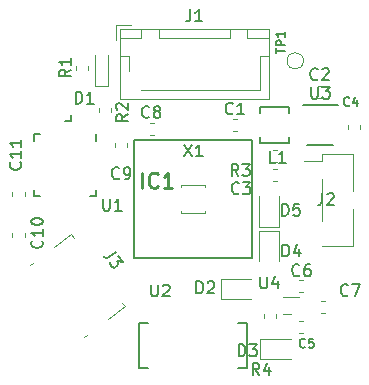
<source format=gbr>
G04 #@! TF.GenerationSoftware,KiCad,Pcbnew,(5.0.2)-1*
G04 #@! TF.CreationDate,2019-02-24T19:10:18-05:00*
G04 #@! TF.ProjectId,light_monitor,6c696768-745f-46d6-9f6e-69746f722e6b,R001*
G04 #@! TF.SameCoordinates,Original*
G04 #@! TF.FileFunction,Legend,Top*
G04 #@! TF.FilePolarity,Positive*
%FSLAX46Y46*%
G04 Gerber Fmt 4.6, Leading zero omitted, Abs format (unit mm)*
G04 Created by KiCad (PCBNEW (5.0.2)-1) date 2/24/2019 7:10:18 PM*
%MOMM*%
%LPD*%
G01*
G04 APERTURE LIST*
%ADD10C,0.120000*%
%ADD11C,0.150000*%
%ADD12C,0.100000*%
%ADD13C,0.254000*%
G04 APERTURE END LIST*
D10*
G04 #@! TO.C,U4*
X122340600Y-113550000D02*
X120990600Y-113550000D01*
X121640600Y-115000000D02*
X120990600Y-115000000D01*
G04 #@! TO.C,J1*
X107168000Y-90829120D02*
X107168000Y-96799120D01*
X107168000Y-96799120D02*
X119788000Y-96799120D01*
X119788000Y-96799120D02*
X119788000Y-90829120D01*
X119788000Y-90829120D02*
X107168000Y-90829120D01*
X110478000Y-90839120D02*
X110478000Y-91589120D01*
X110478000Y-91589120D02*
X116478000Y-91589120D01*
X116478000Y-91589120D02*
X116478000Y-90839120D01*
X116478000Y-90839120D02*
X110478000Y-90839120D01*
X107178000Y-90839120D02*
X107178000Y-91589120D01*
X107178000Y-91589120D02*
X108978000Y-91589120D01*
X108978000Y-91589120D02*
X108978000Y-90839120D01*
X108978000Y-90839120D02*
X107178000Y-90839120D01*
X117978000Y-90839120D02*
X117978000Y-91589120D01*
X117978000Y-91589120D02*
X119778000Y-91589120D01*
X119778000Y-91589120D02*
X119778000Y-90839120D01*
X119778000Y-90839120D02*
X117978000Y-90839120D01*
X107178000Y-93089120D02*
X107928000Y-93089120D01*
X107928000Y-93089120D02*
X107928000Y-94429120D01*
X113478000Y-96039120D02*
X108988000Y-96039120D01*
X119778000Y-93089120D02*
X119028000Y-93089120D01*
X119028000Y-93089120D02*
X119028000Y-96039120D01*
X119028000Y-96039120D02*
X113478000Y-96039120D01*
X108128000Y-90539120D02*
X106878000Y-90539120D01*
X106878000Y-90539120D02*
X106878000Y-91789120D01*
G04 #@! TO.C,D1*
X105073360Y-95635400D02*
X105073360Y-93035400D01*
X106173360Y-95635400D02*
X106173360Y-93035400D01*
X105073360Y-95635400D02*
X106173360Y-95635400D01*
D11*
G04 #@! TO.C,U1*
X105139400Y-105012400D02*
X105139400Y-104487400D01*
X99889400Y-105012400D02*
X99889400Y-104487400D01*
X99889400Y-99762400D02*
X99889400Y-100287400D01*
X105139400Y-99762400D02*
X105139400Y-100287400D01*
X99889400Y-105012400D02*
X100414400Y-105012400D01*
X99889400Y-99762400D02*
X100414400Y-99762400D01*
X105139400Y-105012400D02*
X104614400Y-105012400D01*
G04 #@! TO.C,L1*
X121519900Y-100471100D02*
X121519900Y-99971100D01*
X121519900Y-99971100D02*
X121519900Y-100471100D01*
X121519900Y-100471100D02*
X119019900Y-100471100D01*
X119019900Y-100471100D02*
X119019900Y-99971100D01*
X121519900Y-97971100D02*
X121519900Y-97471100D01*
X121519900Y-97471100D02*
X119019900Y-97471100D01*
X119019900Y-97471100D02*
X119019900Y-97971100D01*
G04 #@! TO.C,U5*
X102533680Y-98614640D02*
X103033680Y-98614640D01*
X103033680Y-98614640D02*
X103033680Y-98114640D01*
D12*
G04 #@! TO.C,IC1*
X112360200Y-104232200D02*
X112360200Y-104032200D01*
X112360200Y-104032200D02*
X114360200Y-104032200D01*
X114360200Y-104032200D02*
X114360200Y-104232200D01*
X112360200Y-106232200D02*
X112360200Y-106432200D01*
X112360200Y-106432200D02*
X114360200Y-106432200D01*
X114360200Y-106432200D02*
X114360200Y-106232200D01*
D11*
G04 #@! TO.C,U2*
X109524800Y-115732560D02*
X108762800Y-115732560D01*
X108762800Y-115732560D02*
X108762800Y-119542560D01*
X108762800Y-119542560D02*
X109524800Y-119542560D01*
X117144800Y-115732560D02*
X117906800Y-115732560D01*
X117906800Y-115732560D02*
X117906800Y-119542560D01*
X117906800Y-119542560D02*
X117144800Y-119542560D01*
G04 #@! TO.C,U3*
X125617500Y-97245700D02*
X122667500Y-97245700D01*
X125242500Y-100645700D02*
X123042500Y-100645700D01*
D10*
G04 #@! TO.C,C1*
X117133187Y-99483640D02*
X116790653Y-99483640D01*
X117133187Y-98463640D02*
X116790653Y-98463640D01*
G04 #@! TO.C,C2*
X123920433Y-96661700D02*
X124262967Y-96661700D01*
X123920433Y-95641700D02*
X124262967Y-95641700D01*
G04 #@! TO.C,C3*
X120501227Y-102685120D02*
X120158693Y-102685120D01*
X120501227Y-103705120D02*
X120158693Y-103705120D01*
G04 #@! TO.C,C4*
X126479840Y-99332867D02*
X126479840Y-98990333D01*
X127499840Y-99332867D02*
X127499840Y-98990333D01*
G04 #@! TO.C,C5*
X122311373Y-116588000D02*
X122653907Y-116588000D01*
X122311373Y-115568000D02*
X122653907Y-115568000D01*
G04 #@! TO.C,C6*
X122307533Y-112113600D02*
X122650067Y-112113600D01*
X122307533Y-113133600D02*
X122650067Y-113133600D01*
G04 #@! TO.C,C7*
X124212533Y-113891600D02*
X124555067Y-113891600D01*
X124212533Y-114911600D02*
X124555067Y-114911600D01*
G04 #@! TO.C,D2*
X115770240Y-112037760D02*
X118320240Y-112037760D01*
X115770240Y-113737760D02*
X118320240Y-113737760D01*
X115770240Y-112037760D02*
X115770240Y-113737760D01*
G04 #@! TO.C,D3*
X119078880Y-117112680D02*
X119078880Y-118812680D01*
X119078880Y-118812680D02*
X121628880Y-118812680D01*
X119078880Y-117112680D02*
X121628880Y-117112680D01*
G04 #@! TO.C,D4*
X120656720Y-107943520D02*
X118956720Y-107943520D01*
X118956720Y-107943520D02*
X118956720Y-110493520D01*
X120656720Y-107943520D02*
X120656720Y-110493520D01*
G04 #@! TO.C,D5*
X118951640Y-107570400D02*
X118951640Y-105020400D01*
X120651640Y-107570400D02*
X120651640Y-105020400D01*
X118951640Y-107570400D02*
X120651640Y-107570400D01*
G04 #@! TO.C,R1*
X103503000Y-94278267D02*
X103503000Y-93935733D01*
X104523000Y-94278267D02*
X104523000Y-93935733D01*
G04 #@! TO.C,R2*
X106407680Y-97512053D02*
X106407680Y-97854587D01*
X105387680Y-97512053D02*
X105387680Y-97854587D01*
G04 #@! TO.C,R3*
X120137133Y-102074440D02*
X120479667Y-102074440D01*
X120137133Y-101054440D02*
X120479667Y-101054440D01*
G04 #@! TO.C,R4*
X119388160Y-114992333D02*
X119388160Y-115334867D01*
X120408160Y-114992333D02*
X120408160Y-115334867D01*
G04 #@! TO.C,J3*
X107620782Y-114327418D02*
X107392092Y-114023936D01*
X104386308Y-116764768D02*
X104178663Y-116921240D01*
X107620782Y-114327418D02*
X106207197Y-115392630D01*
X103034951Y-108241815D02*
X103263641Y-108545297D01*
X101621367Y-109307028D02*
X103034951Y-108241815D01*
X99592832Y-110835638D02*
X99800478Y-110679166D01*
G04 #@! TO.C,J2*
X124273000Y-101438400D02*
X126933000Y-101438400D01*
X124273000Y-109178400D02*
X126933000Y-109178400D01*
X126933000Y-101438400D02*
X126933000Y-104548400D01*
X124273000Y-102008400D02*
X122753000Y-102008400D01*
X124273000Y-101438400D02*
X124273000Y-102008400D01*
X126933000Y-108608400D02*
X126933000Y-109178400D01*
X126933000Y-106068400D02*
X126933000Y-109178400D01*
X124273000Y-103528400D02*
X124273000Y-107088400D01*
G04 #@! TO.C,TP1*
X122726680Y-93538040D02*
G75*
G03X122726680Y-93538040I-700000J0D01*
G01*
D11*
G04 #@! TO.C,X1*
X108360200Y-100232200D02*
X108360200Y-110232200D01*
X108360200Y-110232200D02*
X118360200Y-110232200D01*
X118360200Y-110232200D02*
X118360200Y-100232200D01*
X118360200Y-100232200D02*
X108360200Y-100232200D01*
D10*
G04 #@! TO.C,C8*
X109714213Y-98768440D02*
X110056747Y-98768440D01*
X109714213Y-99788440D02*
X110056747Y-99788440D01*
G04 #@! TO.C,C9*
X106799920Y-100504173D02*
X106799920Y-100846707D01*
X107819920Y-100504173D02*
X107819920Y-100846707D01*
G04 #@! TO.C,C10*
X99107720Y-108079693D02*
X99107720Y-108422227D01*
X98087720Y-108079693D02*
X98087720Y-108422227D01*
G04 #@! TO.C,C11*
X99107720Y-104981827D02*
X99107720Y-104639293D01*
X98087720Y-104981827D02*
X98087720Y-104639293D01*
G04 #@! TO.C,U4*
D11*
X119075295Y-111806740D02*
X119075295Y-112616264D01*
X119122914Y-112711502D01*
X119170533Y-112759121D01*
X119265771Y-112806740D01*
X119456247Y-112806740D01*
X119551485Y-112759121D01*
X119599104Y-112711502D01*
X119646723Y-112616264D01*
X119646723Y-111806740D01*
X120551485Y-112140074D02*
X120551485Y-112806740D01*
X120313390Y-111759121D02*
X120075295Y-112473407D01*
X120694342Y-112473407D01*
G04 #@! TO.C,J1*
X113144666Y-89191500D02*
X113144666Y-89905786D01*
X113097047Y-90048643D01*
X113001809Y-90143881D01*
X112858952Y-90191500D01*
X112763714Y-90191500D01*
X114144666Y-90191500D02*
X113573238Y-90191500D01*
X113858952Y-90191500D02*
X113858952Y-89191500D01*
X113763714Y-89334358D01*
X113668476Y-89429596D01*
X113573238Y-89477215D01*
G04 #@! TO.C,D1*
X103437464Y-97160340D02*
X103437464Y-96160340D01*
X103675560Y-96160340D01*
X103818417Y-96207960D01*
X103913655Y-96303198D01*
X103961274Y-96398436D01*
X104008893Y-96588912D01*
X104008893Y-96731769D01*
X103961274Y-96922245D01*
X103913655Y-97017483D01*
X103818417Y-97112721D01*
X103675560Y-97160340D01*
X103437464Y-97160340D01*
X104961274Y-97160340D02*
X104389845Y-97160340D01*
X104675560Y-97160340D02*
X104675560Y-96160340D01*
X104580321Y-96303198D01*
X104485083Y-96398436D01*
X104389845Y-96446055D01*
G04 #@! TO.C,U1*
X105765695Y-105212900D02*
X105765695Y-106022424D01*
X105813314Y-106117662D01*
X105860933Y-106165281D01*
X105956171Y-106212900D01*
X106146647Y-106212900D01*
X106241885Y-106165281D01*
X106289504Y-106117662D01*
X106337123Y-106022424D01*
X106337123Y-105212900D01*
X107337123Y-106212900D02*
X106765695Y-106212900D01*
X107051409Y-106212900D02*
X107051409Y-105212900D01*
X106956171Y-105355758D01*
X106860933Y-105450996D01*
X106765695Y-105498615D01*
G04 #@! TO.C,L1*
X120353233Y-102173480D02*
X119877042Y-102173480D01*
X119877042Y-101173480D01*
X121210376Y-102173480D02*
X120638947Y-102173480D01*
X120924661Y-102173480D02*
X120924661Y-101173480D01*
X120829423Y-101316338D01*
X120734185Y-101411576D01*
X120638947Y-101459195D01*
G04 #@! TO.C,IC1*
D13*
X109062278Y-104277643D02*
X109062278Y-103007643D01*
X110392754Y-104156691D02*
X110332278Y-104217167D01*
X110150849Y-104277643D01*
X110029897Y-104277643D01*
X109848468Y-104217167D01*
X109727516Y-104096215D01*
X109667040Y-103975262D01*
X109606563Y-103733358D01*
X109606563Y-103551929D01*
X109667040Y-103310024D01*
X109727516Y-103189072D01*
X109848468Y-103068120D01*
X110029897Y-103007643D01*
X110150849Y-103007643D01*
X110332278Y-103068120D01*
X110392754Y-103128596D01*
X111602278Y-104277643D02*
X110876563Y-104277643D01*
X111239420Y-104277643D02*
X111239420Y-103007643D01*
X111118468Y-103189072D01*
X110997516Y-103310024D01*
X110876563Y-103370500D01*
G04 #@! TO.C,U2*
D11*
X109814455Y-112482380D02*
X109814455Y-113291904D01*
X109862074Y-113387142D01*
X109909693Y-113434761D01*
X110004931Y-113482380D01*
X110195407Y-113482380D01*
X110290645Y-113434761D01*
X110338264Y-113387142D01*
X110385883Y-113291904D01*
X110385883Y-112482380D01*
X110814455Y-112577619D02*
X110862074Y-112530000D01*
X110957312Y-112482380D01*
X111195407Y-112482380D01*
X111290645Y-112530000D01*
X111338264Y-112577619D01*
X111385883Y-112672857D01*
X111385883Y-112768095D01*
X111338264Y-112910952D01*
X110766836Y-113482380D01*
X111385883Y-113482380D01*
G04 #@! TO.C,U3*
X123380595Y-95728080D02*
X123380595Y-96537604D01*
X123428214Y-96632842D01*
X123475833Y-96680461D01*
X123571071Y-96728080D01*
X123761547Y-96728080D01*
X123856785Y-96680461D01*
X123904404Y-96632842D01*
X123952023Y-96537604D01*
X123952023Y-95728080D01*
X124332976Y-95728080D02*
X124952023Y-95728080D01*
X124618690Y-96109033D01*
X124761547Y-96109033D01*
X124856785Y-96156652D01*
X124904404Y-96204271D01*
X124952023Y-96299509D01*
X124952023Y-96537604D01*
X124904404Y-96632842D01*
X124856785Y-96680461D01*
X124761547Y-96728080D01*
X124475833Y-96728080D01*
X124380595Y-96680461D01*
X124332976Y-96632842D01*
G04 #@! TO.C,C1*
X116754613Y-97984582D02*
X116706994Y-98032201D01*
X116564137Y-98079820D01*
X116468899Y-98079820D01*
X116326041Y-98032201D01*
X116230803Y-97936963D01*
X116183184Y-97841725D01*
X116135565Y-97651249D01*
X116135565Y-97508392D01*
X116183184Y-97317916D01*
X116230803Y-97222678D01*
X116326041Y-97127440D01*
X116468899Y-97079820D01*
X116564137Y-97079820D01*
X116706994Y-97127440D01*
X116754613Y-97175059D01*
X117706994Y-98079820D02*
X117135565Y-98079820D01*
X117421280Y-98079820D02*
X117421280Y-97079820D01*
X117326041Y-97222678D01*
X117230803Y-97317916D01*
X117135565Y-97365535D01*
G04 #@! TO.C,C2*
X123925033Y-95078842D02*
X123877414Y-95126461D01*
X123734557Y-95174080D01*
X123639319Y-95174080D01*
X123496461Y-95126461D01*
X123401223Y-95031223D01*
X123353604Y-94935985D01*
X123305985Y-94745509D01*
X123305985Y-94602652D01*
X123353604Y-94412176D01*
X123401223Y-94316938D01*
X123496461Y-94221700D01*
X123639319Y-94174080D01*
X123734557Y-94174080D01*
X123877414Y-94221700D01*
X123925033Y-94269319D01*
X124305985Y-94269319D02*
X124353604Y-94221700D01*
X124448842Y-94174080D01*
X124686938Y-94174080D01*
X124782176Y-94221700D01*
X124829795Y-94269319D01*
X124877414Y-94364557D01*
X124877414Y-94459795D01*
X124829795Y-94602652D01*
X124258366Y-95174080D01*
X124877414Y-95174080D01*
G04 #@! TO.C,C3*
X117257533Y-104725742D02*
X117209914Y-104773361D01*
X117067057Y-104820980D01*
X116971819Y-104820980D01*
X116828961Y-104773361D01*
X116733723Y-104678123D01*
X116686104Y-104582885D01*
X116638485Y-104392409D01*
X116638485Y-104249552D01*
X116686104Y-104059076D01*
X116733723Y-103963838D01*
X116828961Y-103868600D01*
X116971819Y-103820980D01*
X117067057Y-103820980D01*
X117209914Y-103868600D01*
X117257533Y-103916219D01*
X117590866Y-103820980D02*
X118209914Y-103820980D01*
X117876580Y-104201933D01*
X118019438Y-104201933D01*
X118114676Y-104249552D01*
X118162295Y-104297171D01*
X118209914Y-104392409D01*
X118209914Y-104630504D01*
X118162295Y-104725742D01*
X118114676Y-104773361D01*
X118019438Y-104820980D01*
X117733723Y-104820980D01*
X117638485Y-104773361D01*
X117590866Y-104725742D01*
G04 #@! TO.C,C4*
X126619000Y-97284902D02*
X126582714Y-97321188D01*
X126473857Y-97357474D01*
X126401285Y-97357474D01*
X126292428Y-97321188D01*
X126219857Y-97248617D01*
X126183571Y-97176045D01*
X126147285Y-97030902D01*
X126147285Y-96922045D01*
X126183571Y-96776902D01*
X126219857Y-96704331D01*
X126292428Y-96631760D01*
X126401285Y-96595474D01*
X126473857Y-96595474D01*
X126582714Y-96631760D01*
X126619000Y-96668045D01*
X127272142Y-96849474D02*
X127272142Y-97357474D01*
X127090714Y-96559188D02*
X126909285Y-97103474D01*
X127381000Y-97103474D01*
G04 #@! TO.C,C5*
X122869960Y-117747142D02*
X122833674Y-117783428D01*
X122724817Y-117819714D01*
X122652245Y-117819714D01*
X122543388Y-117783428D01*
X122470817Y-117710857D01*
X122434531Y-117638285D01*
X122398245Y-117493142D01*
X122398245Y-117384285D01*
X122434531Y-117239142D01*
X122470817Y-117166571D01*
X122543388Y-117094000D01*
X122652245Y-117057714D01*
X122724817Y-117057714D01*
X122833674Y-117094000D01*
X122869960Y-117130285D01*
X123559388Y-117057714D02*
X123196531Y-117057714D01*
X123160245Y-117420571D01*
X123196531Y-117384285D01*
X123269102Y-117348000D01*
X123450531Y-117348000D01*
X123523102Y-117384285D01*
X123559388Y-117420571D01*
X123595674Y-117493142D01*
X123595674Y-117674571D01*
X123559388Y-117747142D01*
X123523102Y-117783428D01*
X123450531Y-117819714D01*
X123269102Y-117819714D01*
X123196531Y-117783428D01*
X123160245Y-117747142D01*
G04 #@! TO.C,C6*
X122388333Y-111675182D02*
X122340714Y-111722801D01*
X122197857Y-111770420D01*
X122102619Y-111770420D01*
X121959761Y-111722801D01*
X121864523Y-111627563D01*
X121816904Y-111532325D01*
X121769285Y-111341849D01*
X121769285Y-111198992D01*
X121816904Y-111008516D01*
X121864523Y-110913278D01*
X121959761Y-110818040D01*
X122102619Y-110770420D01*
X122197857Y-110770420D01*
X122340714Y-110818040D01*
X122388333Y-110865659D01*
X123245476Y-110770420D02*
X123055000Y-110770420D01*
X122959761Y-110818040D01*
X122912142Y-110865659D01*
X122816904Y-111008516D01*
X122769285Y-111198992D01*
X122769285Y-111579944D01*
X122816904Y-111675182D01*
X122864523Y-111722801D01*
X122959761Y-111770420D01*
X123150238Y-111770420D01*
X123245476Y-111722801D01*
X123293095Y-111675182D01*
X123340714Y-111579944D01*
X123340714Y-111341849D01*
X123293095Y-111246611D01*
X123245476Y-111198992D01*
X123150238Y-111151373D01*
X122959761Y-111151373D01*
X122864523Y-111198992D01*
X122816904Y-111246611D01*
X122769285Y-111341849D01*
G04 #@! TO.C,C7*
X126482813Y-113361742D02*
X126435194Y-113409361D01*
X126292337Y-113456980D01*
X126197099Y-113456980D01*
X126054241Y-113409361D01*
X125959003Y-113314123D01*
X125911384Y-113218885D01*
X125863765Y-113028409D01*
X125863765Y-112885552D01*
X125911384Y-112695076D01*
X125959003Y-112599838D01*
X126054241Y-112504600D01*
X126197099Y-112456980D01*
X126292337Y-112456980D01*
X126435194Y-112504600D01*
X126482813Y-112552219D01*
X126816146Y-112456980D02*
X127482813Y-112456980D01*
X127054241Y-113456980D01*
G04 #@! TO.C,D2*
X113668584Y-113218220D02*
X113668584Y-112218220D01*
X113906680Y-112218220D01*
X114049537Y-112265840D01*
X114144775Y-112361078D01*
X114192394Y-112456316D01*
X114240013Y-112646792D01*
X114240013Y-112789649D01*
X114192394Y-112980125D01*
X114144775Y-113075363D01*
X114049537Y-113170601D01*
X113906680Y-113218220D01*
X113668584Y-113218220D01*
X114620965Y-112313459D02*
X114668584Y-112265840D01*
X114763822Y-112218220D01*
X115001918Y-112218220D01*
X115097156Y-112265840D01*
X115144775Y-112313459D01*
X115192394Y-112408697D01*
X115192394Y-112503935D01*
X115144775Y-112646792D01*
X114573346Y-113218220D01*
X115192394Y-113218220D01*
G04 #@! TO.C,D3*
X117244904Y-118547140D02*
X117244904Y-117547140D01*
X117483000Y-117547140D01*
X117625857Y-117594760D01*
X117721095Y-117689998D01*
X117768714Y-117785236D01*
X117816333Y-117975712D01*
X117816333Y-118118569D01*
X117768714Y-118309045D01*
X117721095Y-118404283D01*
X117625857Y-118499521D01*
X117483000Y-118547140D01*
X117244904Y-118547140D01*
X118149666Y-117547140D02*
X118768714Y-117547140D01*
X118435380Y-117928093D01*
X118578238Y-117928093D01*
X118673476Y-117975712D01*
X118721095Y-118023331D01*
X118768714Y-118118569D01*
X118768714Y-118356664D01*
X118721095Y-118451902D01*
X118673476Y-118499521D01*
X118578238Y-118547140D01*
X118292523Y-118547140D01*
X118197285Y-118499521D01*
X118149666Y-118451902D01*
G04 #@! TO.C,D4*
X120948224Y-110104180D02*
X120948224Y-109104180D01*
X121186320Y-109104180D01*
X121329177Y-109151800D01*
X121424415Y-109247038D01*
X121472034Y-109342276D01*
X121519653Y-109532752D01*
X121519653Y-109675609D01*
X121472034Y-109866085D01*
X121424415Y-109961323D01*
X121329177Y-110056561D01*
X121186320Y-110104180D01*
X120948224Y-110104180D01*
X122376796Y-109437514D02*
X122376796Y-110104180D01*
X122138700Y-109056561D02*
X121900605Y-109770847D01*
X122519653Y-109770847D01*
G04 #@! TO.C,D5*
X120902504Y-106654860D02*
X120902504Y-105654860D01*
X121140600Y-105654860D01*
X121283457Y-105702480D01*
X121378695Y-105797718D01*
X121426314Y-105892956D01*
X121473933Y-106083432D01*
X121473933Y-106226289D01*
X121426314Y-106416765D01*
X121378695Y-106512003D01*
X121283457Y-106607241D01*
X121140600Y-106654860D01*
X120902504Y-106654860D01*
X122378695Y-105654860D02*
X121902504Y-105654860D01*
X121854885Y-106131051D01*
X121902504Y-106083432D01*
X121997742Y-106035813D01*
X122235838Y-106035813D01*
X122331076Y-106083432D01*
X122378695Y-106131051D01*
X122426314Y-106226289D01*
X122426314Y-106464384D01*
X122378695Y-106559622D01*
X122331076Y-106607241D01*
X122235838Y-106654860D01*
X121997742Y-106654860D01*
X121902504Y-106607241D01*
X121854885Y-106559622D01*
G04 #@! TO.C,R1*
X103035380Y-94273666D02*
X102559190Y-94607000D01*
X103035380Y-94845095D02*
X102035380Y-94845095D01*
X102035380Y-94464142D01*
X102083000Y-94368904D01*
X102130619Y-94321285D01*
X102225857Y-94273666D01*
X102368714Y-94273666D01*
X102463952Y-94321285D01*
X102511571Y-94368904D01*
X102559190Y-94464142D01*
X102559190Y-94845095D01*
X103035380Y-93321285D02*
X103035380Y-93892714D01*
X103035380Y-93607000D02*
X102035380Y-93607000D01*
X102178238Y-93702238D01*
X102273476Y-93797476D01*
X102321095Y-93892714D01*
G04 #@! TO.C,R2*
X107853740Y-98073506D02*
X107377550Y-98406840D01*
X107853740Y-98644935D02*
X106853740Y-98644935D01*
X106853740Y-98263982D01*
X106901360Y-98168744D01*
X106948979Y-98121125D01*
X107044217Y-98073506D01*
X107187074Y-98073506D01*
X107282312Y-98121125D01*
X107329931Y-98168744D01*
X107377550Y-98263982D01*
X107377550Y-98644935D01*
X106948979Y-97692554D02*
X106901360Y-97644935D01*
X106853740Y-97549697D01*
X106853740Y-97311601D01*
X106901360Y-97216363D01*
X106948979Y-97168744D01*
X107044217Y-97121125D01*
X107139455Y-97121125D01*
X107282312Y-97168744D01*
X107853740Y-97740173D01*
X107853740Y-97121125D01*
G04 #@! TO.C,R3*
X117221973Y-103286820D02*
X116888640Y-102810630D01*
X116650544Y-103286820D02*
X116650544Y-102286820D01*
X117031497Y-102286820D01*
X117126735Y-102334440D01*
X117174354Y-102382059D01*
X117221973Y-102477297D01*
X117221973Y-102620154D01*
X117174354Y-102715392D01*
X117126735Y-102763011D01*
X117031497Y-102810630D01*
X116650544Y-102810630D01*
X117555306Y-102286820D02*
X118174354Y-102286820D01*
X117841020Y-102667773D01*
X117983878Y-102667773D01*
X118079116Y-102715392D01*
X118126735Y-102763011D01*
X118174354Y-102858249D01*
X118174354Y-103096344D01*
X118126735Y-103191582D01*
X118079116Y-103239201D01*
X117983878Y-103286820D01*
X117698163Y-103286820D01*
X117602925Y-103239201D01*
X117555306Y-103191582D01*
G04 #@! TO.C,R4*
X118989813Y-120132100D02*
X118656480Y-119655910D01*
X118418384Y-120132100D02*
X118418384Y-119132100D01*
X118799337Y-119132100D01*
X118894575Y-119179720D01*
X118942194Y-119227339D01*
X118989813Y-119322577D01*
X118989813Y-119465434D01*
X118942194Y-119560672D01*
X118894575Y-119608291D01*
X118799337Y-119655910D01*
X118418384Y-119655910D01*
X119846956Y-119465434D02*
X119846956Y-120132100D01*
X119608860Y-119084481D02*
X119370765Y-119798767D01*
X119989813Y-119798767D01*
G04 #@! TO.C,J3*
X106834440Y-109731952D02*
X106263986Y-110161820D01*
X106121237Y-110209763D01*
X105987861Y-110191019D01*
X105863857Y-110105586D01*
X105806541Y-110029525D01*
X107063702Y-110036194D02*
X107436255Y-110530588D01*
X106931407Y-110493639D01*
X107017381Y-110607730D01*
X107036666Y-110712448D01*
X107027294Y-110779136D01*
X106979891Y-110874482D01*
X106789740Y-111017771D01*
X106685022Y-111037057D01*
X106618334Y-111027684D01*
X106522988Y-110980282D01*
X106351040Y-110752100D01*
X106331755Y-110647382D01*
X106341127Y-110580694D01*
G04 #@! TO.C,J2*
X124299386Y-104755700D02*
X124299386Y-105469986D01*
X124251767Y-105612843D01*
X124156529Y-105708081D01*
X124013672Y-105755700D01*
X123918434Y-105755700D01*
X124727958Y-104850939D02*
X124775577Y-104803320D01*
X124870815Y-104755700D01*
X125108910Y-104755700D01*
X125204148Y-104803320D01*
X125251767Y-104850939D01*
X125299386Y-104946177D01*
X125299386Y-105041415D01*
X125251767Y-105184272D01*
X124680339Y-105755700D01*
X125299386Y-105755700D01*
G04 #@! TO.C,TP1*
X120385114Y-92909571D02*
X120385114Y-92474142D01*
X121147114Y-92691857D02*
X120385114Y-92691857D01*
X121147114Y-92220142D02*
X120385114Y-92220142D01*
X120385114Y-91929857D01*
X120421400Y-91857285D01*
X120457685Y-91821000D01*
X120530257Y-91784714D01*
X120639114Y-91784714D01*
X120711685Y-91821000D01*
X120747971Y-91857285D01*
X120784257Y-91929857D01*
X120784257Y-92220142D01*
X121147114Y-91059000D02*
X121147114Y-91494428D01*
X121147114Y-91276714D02*
X120385114Y-91276714D01*
X120493971Y-91349285D01*
X120566542Y-91421857D01*
X120602828Y-91494428D01*
G04 #@! TO.C,X1*
X112637036Y-100625660D02*
X113303702Y-101625660D01*
X113303702Y-100625660D02*
X112637036Y-101625660D01*
X114208464Y-101625660D02*
X113637036Y-101625660D01*
X113922750Y-101625660D02*
X113922750Y-100625660D01*
X113827512Y-100768518D01*
X113732274Y-100863756D01*
X113637036Y-100911375D01*
G04 #@! TO.C,C8*
X109662933Y-98263982D02*
X109615314Y-98311601D01*
X109472457Y-98359220D01*
X109377219Y-98359220D01*
X109234361Y-98311601D01*
X109139123Y-98216363D01*
X109091504Y-98121125D01*
X109043885Y-97930649D01*
X109043885Y-97787792D01*
X109091504Y-97597316D01*
X109139123Y-97502078D01*
X109234361Y-97406840D01*
X109377219Y-97359220D01*
X109472457Y-97359220D01*
X109615314Y-97406840D01*
X109662933Y-97454459D01*
X110234361Y-97787792D02*
X110139123Y-97740173D01*
X110091504Y-97692554D01*
X110043885Y-97597316D01*
X110043885Y-97549697D01*
X110091504Y-97454459D01*
X110139123Y-97406840D01*
X110234361Y-97359220D01*
X110424838Y-97359220D01*
X110520076Y-97406840D01*
X110567695Y-97454459D01*
X110615314Y-97549697D01*
X110615314Y-97597316D01*
X110567695Y-97692554D01*
X110520076Y-97740173D01*
X110424838Y-97787792D01*
X110234361Y-97787792D01*
X110139123Y-97835411D01*
X110091504Y-97883030D01*
X110043885Y-97978268D01*
X110043885Y-98168744D01*
X110091504Y-98263982D01*
X110139123Y-98311601D01*
X110234361Y-98359220D01*
X110424838Y-98359220D01*
X110520076Y-98311601D01*
X110567695Y-98263982D01*
X110615314Y-98168744D01*
X110615314Y-97978268D01*
X110567695Y-97883030D01*
X110520076Y-97835411D01*
X110424838Y-97787792D01*
G04 #@! TO.C,C9*
X107128013Y-103455742D02*
X107080394Y-103503361D01*
X106937537Y-103550980D01*
X106842299Y-103550980D01*
X106699441Y-103503361D01*
X106604203Y-103408123D01*
X106556584Y-103312885D01*
X106508965Y-103122409D01*
X106508965Y-102979552D01*
X106556584Y-102789076D01*
X106604203Y-102693838D01*
X106699441Y-102598600D01*
X106842299Y-102550980D01*
X106937537Y-102550980D01*
X107080394Y-102598600D01*
X107128013Y-102646219D01*
X107604203Y-103550980D02*
X107794680Y-103550980D01*
X107889918Y-103503361D01*
X107937537Y-103455742D01*
X108032775Y-103312885D01*
X108080394Y-103122409D01*
X108080394Y-102741457D01*
X108032775Y-102646219D01*
X107985156Y-102598600D01*
X107889918Y-102550980D01*
X107699441Y-102550980D01*
X107604203Y-102598600D01*
X107556584Y-102646219D01*
X107508965Y-102741457D01*
X107508965Y-102979552D01*
X107556584Y-103074790D01*
X107604203Y-103122409D01*
X107699441Y-103170028D01*
X107889918Y-103170028D01*
X107985156Y-103122409D01*
X108032775Y-103074790D01*
X108080394Y-102979552D01*
G04 #@! TO.C,C10*
X100575382Y-108755417D02*
X100623001Y-108803036D01*
X100670620Y-108945893D01*
X100670620Y-109041131D01*
X100623001Y-109183988D01*
X100527763Y-109279226D01*
X100432525Y-109326845D01*
X100242049Y-109374464D01*
X100099192Y-109374464D01*
X99908716Y-109326845D01*
X99813478Y-109279226D01*
X99718240Y-109183988D01*
X99670620Y-109041131D01*
X99670620Y-108945893D01*
X99718240Y-108803036D01*
X99765859Y-108755417D01*
X100670620Y-107803036D02*
X100670620Y-108374464D01*
X100670620Y-108088750D02*
X99670620Y-108088750D01*
X99813478Y-108183988D01*
X99908716Y-108279226D01*
X99956335Y-108374464D01*
X99670620Y-107183988D02*
X99670620Y-107088750D01*
X99718240Y-106993512D01*
X99765859Y-106945893D01*
X99861097Y-106898274D01*
X100051573Y-106850655D01*
X100289668Y-106850655D01*
X100480144Y-106898274D01*
X100575382Y-106945893D01*
X100623001Y-106993512D01*
X100670620Y-107088750D01*
X100670620Y-107183988D01*
X100623001Y-107279226D01*
X100575382Y-107326845D01*
X100480144Y-107374464D01*
X100289668Y-107422083D01*
X100051573Y-107422083D01*
X99861097Y-107374464D01*
X99765859Y-107326845D01*
X99718240Y-107279226D01*
X99670620Y-107183988D01*
G04 #@! TO.C,C11*
X98756742Y-102126017D02*
X98804361Y-102173636D01*
X98851980Y-102316493D01*
X98851980Y-102411731D01*
X98804361Y-102554588D01*
X98709123Y-102649826D01*
X98613885Y-102697445D01*
X98423409Y-102745064D01*
X98280552Y-102745064D01*
X98090076Y-102697445D01*
X97994838Y-102649826D01*
X97899600Y-102554588D01*
X97851980Y-102411731D01*
X97851980Y-102316493D01*
X97899600Y-102173636D01*
X97947219Y-102126017D01*
X98851980Y-101173636D02*
X98851980Y-101745064D01*
X98851980Y-101459350D02*
X97851980Y-101459350D01*
X97994838Y-101554588D01*
X98090076Y-101649826D01*
X98137695Y-101745064D01*
X98851980Y-100221255D02*
X98851980Y-100792683D01*
X98851980Y-100506969D02*
X97851980Y-100506969D01*
X97994838Y-100602207D01*
X98090076Y-100697445D01*
X98137695Y-100792683D01*
G04 #@! TD*
M02*

</source>
